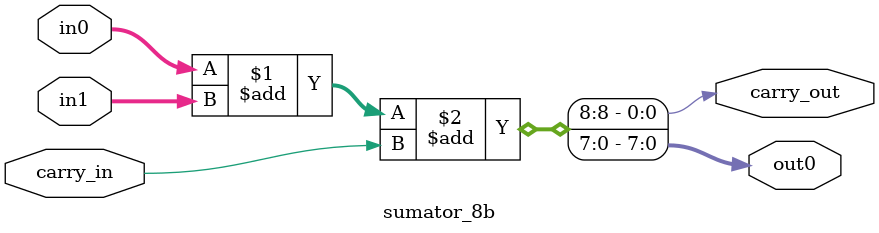
<source format=v>

module sumator_8b(
    input [7:0] in0,
    input [7:0] in1,
    input carry_in,
    output [7:0] out0,
    output carry_out
    );
    
    assign {carry_out, out0} = in0 + in1 + carry_in;
    
endmodule

</source>
